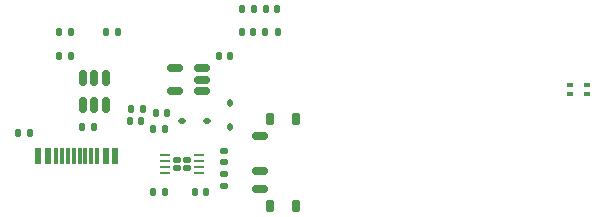
<source format=gbp>
%TF.GenerationSoftware,KiCad,Pcbnew,9.0.7*%
%TF.CreationDate,2026-02-11T09:18:12+01:00*%
%TF.ProjectId,przetwornik,70727a65-7477-46f7-926e-696b2e6b6963,rev?*%
%TF.SameCoordinates,Original*%
%TF.FileFunction,Paste,Bot*%
%TF.FilePolarity,Positive*%
%FSLAX46Y46*%
G04 Gerber Fmt 4.6, Leading zero omitted, Abs format (unit mm)*
G04 Created by KiCad (PCBNEW 9.0.7) date 2026-02-11 09:18:12*
%MOMM*%
%LPD*%
G01*
G04 APERTURE LIST*
G04 Aperture macros list*
%AMRoundRect*
0 Rectangle with rounded corners*
0 $1 Rounding radius*
0 $2 $3 $4 $5 $6 $7 $8 $9 X,Y pos of 4 corners*
0 Add a 4 corners polygon primitive as box body*
4,1,4,$2,$3,$4,$5,$6,$7,$8,$9,$2,$3,0*
0 Add four circle primitives for the rounded corners*
1,1,$1+$1,$2,$3*
1,1,$1+$1,$4,$5*
1,1,$1+$1,$6,$7*
1,1,$1+$1,$8,$9*
0 Add four rect primitives between the rounded corners*
20,1,$1+$1,$2,$3,$4,$5,0*
20,1,$1+$1,$4,$5,$6,$7,0*
20,1,$1+$1,$6,$7,$8,$9,0*
20,1,$1+$1,$8,$9,$2,$3,0*%
G04 Aperture macros list end*
%ADD10RoundRect,0.150000X0.150000X-0.512500X0.150000X0.512500X-0.150000X0.512500X-0.150000X-0.512500X0*%
%ADD11RoundRect,0.140000X0.140000X0.170000X-0.140000X0.170000X-0.140000X-0.170000X0.140000X-0.170000X0*%
%ADD12RoundRect,0.135000X0.135000X0.185000X-0.135000X0.185000X-0.135000X-0.185000X0.135000X-0.185000X0*%
%ADD13RoundRect,0.150000X0.512500X0.150000X-0.512500X0.150000X-0.512500X-0.150000X0.512500X-0.150000X0*%
%ADD14RoundRect,0.147500X0.147500X0.172500X-0.147500X0.172500X-0.147500X-0.172500X0.147500X-0.172500X0*%
%ADD15RoundRect,0.140000X-0.170000X0.140000X-0.170000X-0.140000X0.170000X-0.140000X0.170000X0.140000X0*%
%ADD16RoundRect,0.112500X0.187500X0.112500X-0.187500X0.112500X-0.187500X-0.112500X0.187500X-0.112500X0*%
%ADD17RoundRect,0.112500X-0.112500X0.187500X-0.112500X-0.187500X0.112500X-0.187500X0.112500X0.187500X0*%
%ADD18RoundRect,0.140000X0.170000X-0.140000X0.170000X0.140000X-0.170000X0.140000X-0.170000X-0.140000X0*%
%ADD19RoundRect,0.140000X-0.140000X-0.170000X0.140000X-0.170000X0.140000X0.170000X-0.140000X0.170000X0*%
%ADD20RoundRect,0.150000X-0.500000X0.150000X-0.500000X-0.150000X0.500000X-0.150000X0.500000X0.150000X0*%
%ADD21RoundRect,0.175000X-0.175000X0.350000X-0.175000X-0.350000X0.175000X-0.350000X0.175000X0.350000X0*%
%ADD22RoundRect,0.147500X-0.147500X-0.172500X0.147500X-0.172500X0.147500X0.172500X-0.147500X0.172500X0*%
%ADD23RoundRect,0.135000X-0.135000X-0.185000X0.135000X-0.185000X0.135000X0.185000X-0.135000X0.185000X0*%
%ADD24RoundRect,0.140000X0.205000X0.140000X-0.205000X0.140000X-0.205000X-0.140000X0.205000X-0.140000X0*%
%ADD25RoundRect,0.062500X0.337500X0.062500X-0.337500X0.062500X-0.337500X-0.062500X0.337500X-0.062500X0*%
%ADD26R,0.500000X0.300000*%
%ADD27R,0.600000X1.450000*%
%ADD28R,0.300000X1.450000*%
G04 APERTURE END LIST*
D10*
X220450000Y-93862500D03*
X219500000Y-93862500D03*
X218550000Y-93862500D03*
X218550000Y-96137500D03*
X219500000Y-96137500D03*
X220450000Y-96137500D03*
D11*
X221480000Y-90000000D03*
X220520000Y-90000000D03*
X232960000Y-90000000D03*
X232000000Y-90000000D03*
D12*
X217510000Y-92000000D03*
X216490000Y-92000000D03*
D11*
X225677517Y-96791394D03*
X224717517Y-96791394D03*
D13*
X228637500Y-93050000D03*
X228637500Y-94000000D03*
X228637500Y-94950000D03*
X226362500Y-94950000D03*
X226362500Y-93050000D03*
D14*
X234985000Y-88000000D03*
X234015000Y-88000000D03*
D15*
X230500000Y-100020000D03*
X230500000Y-100980000D03*
D16*
X229050000Y-97500000D03*
X226950000Y-97500000D03*
D17*
X231000000Y-95950000D03*
X231000000Y-98050000D03*
D18*
X230500000Y-102980000D03*
X230500000Y-102020000D03*
D19*
X222520000Y-97500000D03*
X223480000Y-97500000D03*
X230020000Y-92000000D03*
X230980000Y-92000000D03*
D12*
X225510000Y-103500000D03*
X224490000Y-103500000D03*
X217510000Y-90000000D03*
X216490000Y-90000000D03*
D20*
X233550000Y-98750000D03*
X233550000Y-101750000D03*
X233550000Y-103250000D03*
D21*
X236600000Y-97325000D03*
X234400000Y-97325000D03*
X236600000Y-104675000D03*
X234400000Y-104675000D03*
D22*
X222628984Y-96500000D03*
X223598984Y-96500000D03*
D12*
X225510000Y-98213989D03*
X224490000Y-98213989D03*
D11*
X232980000Y-88000000D03*
X232020000Y-88000000D03*
D23*
X218490000Y-98000000D03*
X219510000Y-98000000D03*
D12*
X214020000Y-98500000D03*
X213000000Y-98500000D03*
D24*
X227350000Y-101500000D03*
X227350000Y-100800000D03*
X226500000Y-101500000D03*
X226500000Y-100800000D03*
D25*
X228375000Y-100400000D03*
X228375000Y-100900000D03*
X228375000Y-101400000D03*
X228375000Y-101900000D03*
X225475000Y-101900000D03*
X225475000Y-101400000D03*
X225475000Y-100900000D03*
X225475000Y-100400000D03*
D12*
X235010000Y-90000000D03*
X233990000Y-90000000D03*
D26*
X261204823Y-94433384D03*
X261204823Y-95233384D03*
X259804823Y-95233384D03*
X259804823Y-94433384D03*
D22*
X228015000Y-103500000D03*
X228985000Y-103500000D03*
D27*
X221250000Y-100455000D03*
X220450000Y-100455000D03*
D28*
X219250000Y-100455000D03*
X218250000Y-100455000D03*
X217750000Y-100455000D03*
X216750000Y-100455000D03*
D27*
X215550000Y-100455000D03*
X214750000Y-100455000D03*
X214750000Y-100455000D03*
X215550000Y-100455000D03*
D28*
X216250000Y-100455000D03*
X217250000Y-100455000D03*
X218750000Y-100455000D03*
X219750000Y-100455000D03*
D27*
X220450000Y-100455000D03*
X221250000Y-100455000D03*
M02*

</source>
